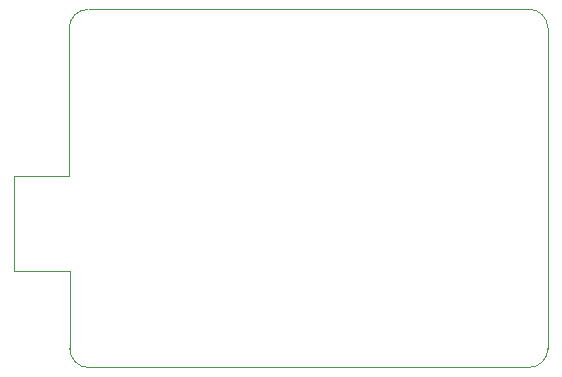
<source format=gbr>
%FSLAX34Y34*%
%MOMM*%
%LNOUTLINE*%
G71*
G01*
%ADD10C,0.100*%
%LPD*%
G54D10*
X63103Y303337D02*
X436166Y303337D01*
G54D10*
G75*
G01X436166Y125D02*
G03X452041Y16000I0J15875D01*
G01*
G54D10*
G75*
G01X47228Y16000D02*
G03X63103Y125I15875J0D01*
G01*
G54D10*
X46831Y287462D02*
X46831Y162844D01*
G54D10*
X452041Y287462D02*
X452041Y16000D01*
G54D10*
X436166Y125D02*
X63103Y125D01*
G54D10*
X46831Y162447D02*
X0Y162447D01*
X0Y81881D01*
X47228Y81881D01*
X47228Y16000D01*
G54D10*
G75*
G01X452041Y287462D02*
G03X436166Y303337I-15875J0D01*
G01*
G54D10*
G75*
G01X62706Y303337D02*
G03X46831Y287462I0J-15875D01*
G01*
M02*

</source>
